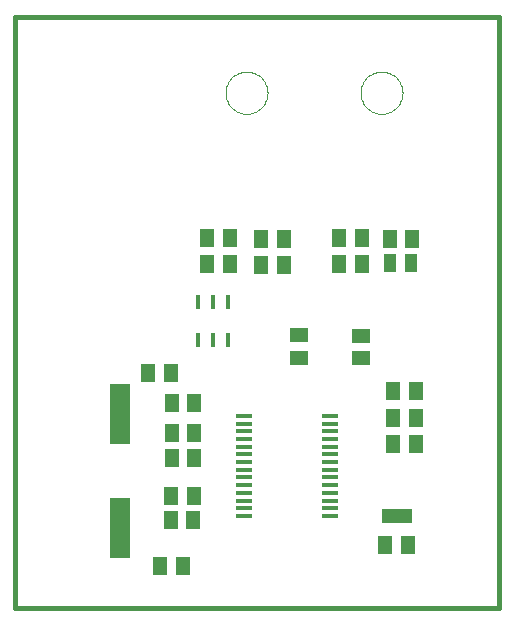
<source format=gtp>
G75*
%MOIN*%
%OFA0B0*%
%FSLAX24Y24*%
%IPPOS*%
%LPD*%
%AMOC8*
5,1,8,0,0,1.08239X$1,22.5*
%
%ADD10C,0.0160*%
%ADD11R,0.0550X0.0137*%
%ADD12C,0.0000*%
%ADD13R,0.0512X0.0591*%
%ADD14R,0.0700X0.2000*%
%ADD15R,0.1000X0.0500*%
%ADD16R,0.0433X0.0591*%
%ADD17R,0.0591X0.0512*%
%ADD18R,0.0160X0.0480*%
D10*
X000259Y000180D02*
X016401Y000180D01*
X016401Y019865D01*
X000259Y019865D01*
X000259Y000180D01*
D11*
X007895Y003241D03*
X007895Y003497D03*
X007895Y003753D03*
X007895Y004009D03*
X007895Y004265D03*
X007895Y004521D03*
X007895Y004776D03*
X007895Y005032D03*
X007895Y005288D03*
X007895Y005544D03*
X007895Y005800D03*
X007895Y006056D03*
X007895Y006312D03*
X007895Y006568D03*
X010773Y006568D03*
X010773Y006312D03*
X010773Y006056D03*
X010773Y005800D03*
X010773Y005544D03*
X010773Y005288D03*
X010773Y005032D03*
X010773Y004776D03*
X010773Y004521D03*
X010773Y004265D03*
X010773Y004009D03*
X010773Y003753D03*
X010773Y003497D03*
X010773Y003241D03*
D12*
X011789Y017345D02*
X011791Y017397D01*
X011797Y017449D01*
X011807Y017501D01*
X011820Y017551D01*
X011837Y017601D01*
X011858Y017649D01*
X011883Y017695D01*
X011911Y017739D01*
X011942Y017781D01*
X011976Y017821D01*
X012013Y017858D01*
X012053Y017892D01*
X012095Y017923D01*
X012139Y017951D01*
X012185Y017976D01*
X012233Y017997D01*
X012283Y018014D01*
X012333Y018027D01*
X012385Y018037D01*
X012437Y018043D01*
X012489Y018045D01*
X012541Y018043D01*
X012593Y018037D01*
X012645Y018027D01*
X012695Y018014D01*
X012745Y017997D01*
X012793Y017976D01*
X012839Y017951D01*
X012883Y017923D01*
X012925Y017892D01*
X012965Y017858D01*
X013002Y017821D01*
X013036Y017781D01*
X013067Y017739D01*
X013095Y017695D01*
X013120Y017649D01*
X013141Y017601D01*
X013158Y017551D01*
X013171Y017501D01*
X013181Y017449D01*
X013187Y017397D01*
X013189Y017345D01*
X013187Y017293D01*
X013181Y017241D01*
X013171Y017189D01*
X013158Y017139D01*
X013141Y017089D01*
X013120Y017041D01*
X013095Y016995D01*
X013067Y016951D01*
X013036Y016909D01*
X013002Y016869D01*
X012965Y016832D01*
X012925Y016798D01*
X012883Y016767D01*
X012839Y016739D01*
X012793Y016714D01*
X012745Y016693D01*
X012695Y016676D01*
X012645Y016663D01*
X012593Y016653D01*
X012541Y016647D01*
X012489Y016645D01*
X012437Y016647D01*
X012385Y016653D01*
X012333Y016663D01*
X012283Y016676D01*
X012233Y016693D01*
X012185Y016714D01*
X012139Y016739D01*
X012095Y016767D01*
X012053Y016798D01*
X012013Y016832D01*
X011976Y016869D01*
X011942Y016909D01*
X011911Y016951D01*
X011883Y016995D01*
X011858Y017041D01*
X011837Y017089D01*
X011820Y017139D01*
X011807Y017189D01*
X011797Y017241D01*
X011791Y017293D01*
X011789Y017345D01*
X007289Y017345D02*
X007291Y017397D01*
X007297Y017449D01*
X007307Y017501D01*
X007320Y017551D01*
X007337Y017601D01*
X007358Y017649D01*
X007383Y017695D01*
X007411Y017739D01*
X007442Y017781D01*
X007476Y017821D01*
X007513Y017858D01*
X007553Y017892D01*
X007595Y017923D01*
X007639Y017951D01*
X007685Y017976D01*
X007733Y017997D01*
X007783Y018014D01*
X007833Y018027D01*
X007885Y018037D01*
X007937Y018043D01*
X007989Y018045D01*
X008041Y018043D01*
X008093Y018037D01*
X008145Y018027D01*
X008195Y018014D01*
X008245Y017997D01*
X008293Y017976D01*
X008339Y017951D01*
X008383Y017923D01*
X008425Y017892D01*
X008465Y017858D01*
X008502Y017821D01*
X008536Y017781D01*
X008567Y017739D01*
X008595Y017695D01*
X008620Y017649D01*
X008641Y017601D01*
X008658Y017551D01*
X008671Y017501D01*
X008681Y017449D01*
X008687Y017397D01*
X008689Y017345D01*
X008687Y017293D01*
X008681Y017241D01*
X008671Y017189D01*
X008658Y017139D01*
X008641Y017089D01*
X008620Y017041D01*
X008595Y016995D01*
X008567Y016951D01*
X008536Y016909D01*
X008502Y016869D01*
X008465Y016832D01*
X008425Y016798D01*
X008383Y016767D01*
X008339Y016739D01*
X008293Y016714D01*
X008245Y016693D01*
X008195Y016676D01*
X008145Y016663D01*
X008093Y016653D01*
X008041Y016647D01*
X007989Y016645D01*
X007937Y016647D01*
X007885Y016653D01*
X007833Y016663D01*
X007783Y016676D01*
X007733Y016693D01*
X007685Y016714D01*
X007639Y016739D01*
X007595Y016767D01*
X007553Y016798D01*
X007513Y016832D01*
X007476Y016869D01*
X007442Y016909D01*
X007411Y016951D01*
X007383Y016995D01*
X007358Y017041D01*
X007337Y017089D01*
X007320Y017139D01*
X007307Y017189D01*
X007297Y017241D01*
X007291Y017293D01*
X007289Y017345D01*
D13*
X007424Y012503D03*
X006676Y012503D03*
X006676Y011637D03*
X007424Y011637D03*
X008487Y011617D03*
X008487Y012483D03*
X009236Y012483D03*
X009236Y011617D03*
X011086Y011637D03*
X011086Y012503D03*
X011834Y012503D03*
X011834Y011637D03*
X012759Y012483D03*
X013507Y012483D03*
X013625Y007404D03*
X012877Y007404D03*
X012877Y006519D03*
X013625Y006519D03*
X013625Y005633D03*
X012877Y005633D03*
X012621Y002267D03*
X013369Y002267D03*
X006204Y003093D03*
X006224Y003920D03*
X005476Y003920D03*
X005456Y003093D03*
X005121Y001558D03*
X005869Y001558D03*
X005495Y005180D03*
X005495Y005987D03*
X006243Y005987D03*
X006243Y005180D03*
X006243Y007011D03*
X005495Y007011D03*
X005456Y008015D03*
X004708Y008015D03*
D14*
X003763Y006647D03*
X003763Y002847D03*
D15*
X012995Y003251D03*
D16*
X012779Y011656D03*
X013487Y011656D03*
D17*
X011814Y009235D03*
X011814Y008487D03*
X009728Y008507D03*
X009728Y009255D03*
D18*
X007373Y009097D03*
X006873Y009097D03*
X006373Y009097D03*
X006373Y010357D03*
X006873Y010357D03*
X007373Y010357D03*
M02*

</source>
